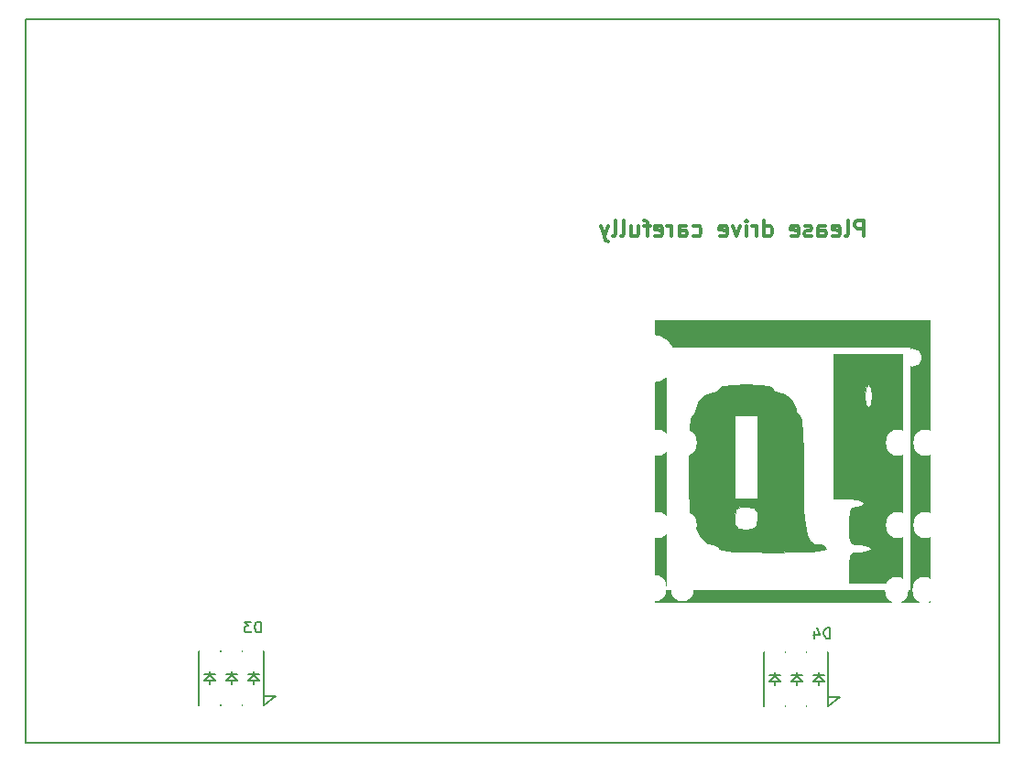
<source format=gbo>
G04 #@! TF.FileFunction,Legend,Bot*
%FSLAX46Y46*%
G04 Gerber Fmt 4.6, Leading zero omitted, Abs format (unit mm)*
G04 Created by KiCad (PCBNEW 4.0.5) date 2017 January 20, Friday 16:47:27*
%MOMM*%
%LPD*%
G01*
G04 APERTURE LIST*
%ADD10C,0.100000*%
%ADD11C,0.300000*%
%ADD12C,0.150000*%
%ADD13C,0.010000*%
%ADD14C,1.700000*%
%ADD15R,2.127200X2.127200*%
%ADD16O,2.127200X2.127200*%
%ADD17R,2.127200X2.432000*%
%ADD18O,2.127200X2.432000*%
%ADD19C,1.800000*%
%ADD20R,1.900000X3.400000*%
%ADD21R,3.700000X2.700000*%
%ADD22R,2.398980X2.398980*%
%ADD23O,2.398980X2.398980*%
%ADD24O,2.000000X2.400000*%
%ADD25O,2.940000X2.400000*%
%ADD26O,2.432000X2.127200*%
%ADD27O,2.400000X2.940000*%
%ADD28O,2.400000X3.400000*%
%ADD29C,4.464000*%
%ADD30R,1.900000X2.900000*%
G04 APERTURE END LIST*
D10*
D11*
X77531957Y46895729D02*
X77531957Y48395729D01*
X76960529Y48395729D01*
X76817671Y48324300D01*
X76746243Y48252871D01*
X76674814Y48110014D01*
X76674814Y47895729D01*
X76746243Y47752871D01*
X76817671Y47681443D01*
X76960529Y47610014D01*
X77531957Y47610014D01*
X75817671Y46895729D02*
X75960529Y46967157D01*
X76031957Y47110014D01*
X76031957Y48395729D01*
X74674815Y46967157D02*
X74817672Y46895729D01*
X75103386Y46895729D01*
X75246243Y46967157D01*
X75317672Y47110014D01*
X75317672Y47681443D01*
X75246243Y47824300D01*
X75103386Y47895729D01*
X74817672Y47895729D01*
X74674815Y47824300D01*
X74603386Y47681443D01*
X74603386Y47538586D01*
X75317672Y47395729D01*
X73317672Y46895729D02*
X73317672Y47681443D01*
X73389101Y47824300D01*
X73531958Y47895729D01*
X73817672Y47895729D01*
X73960529Y47824300D01*
X73317672Y46967157D02*
X73460529Y46895729D01*
X73817672Y46895729D01*
X73960529Y46967157D01*
X74031958Y47110014D01*
X74031958Y47252871D01*
X73960529Y47395729D01*
X73817672Y47467157D01*
X73460529Y47467157D01*
X73317672Y47538586D01*
X72674815Y46967157D02*
X72531958Y46895729D01*
X72246243Y46895729D01*
X72103386Y46967157D01*
X72031958Y47110014D01*
X72031958Y47181443D01*
X72103386Y47324300D01*
X72246243Y47395729D01*
X72460529Y47395729D01*
X72603386Y47467157D01*
X72674815Y47610014D01*
X72674815Y47681443D01*
X72603386Y47824300D01*
X72460529Y47895729D01*
X72246243Y47895729D01*
X72103386Y47824300D01*
X70817672Y46967157D02*
X70960529Y46895729D01*
X71246243Y46895729D01*
X71389100Y46967157D01*
X71460529Y47110014D01*
X71460529Y47681443D01*
X71389100Y47824300D01*
X71246243Y47895729D01*
X70960529Y47895729D01*
X70817672Y47824300D01*
X70746243Y47681443D01*
X70746243Y47538586D01*
X71460529Y47395729D01*
X68317672Y46895729D02*
X68317672Y48395729D01*
X68317672Y46967157D02*
X68460529Y46895729D01*
X68746243Y46895729D01*
X68889101Y46967157D01*
X68960529Y47038586D01*
X69031958Y47181443D01*
X69031958Y47610014D01*
X68960529Y47752871D01*
X68889101Y47824300D01*
X68746243Y47895729D01*
X68460529Y47895729D01*
X68317672Y47824300D01*
X67603386Y46895729D02*
X67603386Y47895729D01*
X67603386Y47610014D02*
X67531958Y47752871D01*
X67460529Y47824300D01*
X67317672Y47895729D01*
X67174815Y47895729D01*
X66674815Y46895729D02*
X66674815Y47895729D01*
X66674815Y48395729D02*
X66746244Y48324300D01*
X66674815Y48252871D01*
X66603387Y48324300D01*
X66674815Y48395729D01*
X66674815Y48252871D01*
X66103386Y47895729D02*
X65746243Y46895729D01*
X65389101Y47895729D01*
X64246244Y46967157D02*
X64389101Y46895729D01*
X64674815Y46895729D01*
X64817672Y46967157D01*
X64889101Y47110014D01*
X64889101Y47681443D01*
X64817672Y47824300D01*
X64674815Y47895729D01*
X64389101Y47895729D01*
X64246244Y47824300D01*
X64174815Y47681443D01*
X64174815Y47538586D01*
X64889101Y47395729D01*
X61746244Y46967157D02*
X61889101Y46895729D01*
X62174815Y46895729D01*
X62317673Y46967157D01*
X62389101Y47038586D01*
X62460530Y47181443D01*
X62460530Y47610014D01*
X62389101Y47752871D01*
X62317673Y47824300D01*
X62174815Y47895729D01*
X61889101Y47895729D01*
X61746244Y47824300D01*
X60460530Y46895729D02*
X60460530Y47681443D01*
X60531959Y47824300D01*
X60674816Y47895729D01*
X60960530Y47895729D01*
X61103387Y47824300D01*
X60460530Y46967157D02*
X60603387Y46895729D01*
X60960530Y46895729D01*
X61103387Y46967157D01*
X61174816Y47110014D01*
X61174816Y47252871D01*
X61103387Y47395729D01*
X60960530Y47467157D01*
X60603387Y47467157D01*
X60460530Y47538586D01*
X59746244Y46895729D02*
X59746244Y47895729D01*
X59746244Y47610014D02*
X59674816Y47752871D01*
X59603387Y47824300D01*
X59460530Y47895729D01*
X59317673Y47895729D01*
X58246245Y46967157D02*
X58389102Y46895729D01*
X58674816Y46895729D01*
X58817673Y46967157D01*
X58889102Y47110014D01*
X58889102Y47681443D01*
X58817673Y47824300D01*
X58674816Y47895729D01*
X58389102Y47895729D01*
X58246245Y47824300D01*
X58174816Y47681443D01*
X58174816Y47538586D01*
X58889102Y47395729D01*
X57746245Y47895729D02*
X57174816Y47895729D01*
X57531959Y46895729D02*
X57531959Y48181443D01*
X57460531Y48324300D01*
X57317673Y48395729D01*
X57174816Y48395729D01*
X56031959Y47895729D02*
X56031959Y46895729D01*
X56674816Y47895729D02*
X56674816Y47110014D01*
X56603388Y46967157D01*
X56460530Y46895729D01*
X56246245Y46895729D01*
X56103388Y46967157D01*
X56031959Y47038586D01*
X55103387Y46895729D02*
X55246245Y46967157D01*
X55317673Y47110014D01*
X55317673Y48395729D01*
X54317673Y46895729D02*
X54460531Y46967157D01*
X54531959Y47110014D01*
X54531959Y48395729D01*
X53889102Y47895729D02*
X53531959Y46895729D01*
X53174817Y47895729D02*
X53531959Y46895729D01*
X53674817Y46538586D01*
X53746245Y46467157D01*
X53889102Y46395729D01*
D12*
X0Y67000000D02*
X0Y0D01*
X90000000Y67000000D02*
X90000000Y0D01*
X0Y0D02*
X90000000Y0D01*
X0Y67000000D02*
X90000000Y67000000D01*
X17086000Y6390000D02*
X17086000Y6740000D01*
X17086000Y5790000D02*
X17086000Y5240000D01*
X16586000Y6390000D02*
X17586000Y6390000D01*
X17586000Y5790000D02*
X16586000Y5790000D01*
X16586000Y5790000D02*
X17086000Y6290000D01*
X17086000Y6290000D02*
X17586000Y5790000D01*
X19118000Y6290000D02*
X19618000Y5790000D01*
X18618000Y5790000D02*
X19118000Y6290000D01*
X19618000Y5790000D02*
X18618000Y5790000D01*
X18618000Y6390000D02*
X19618000Y6390000D01*
X19118000Y5790000D02*
X19118000Y5240000D01*
X19118000Y6390000D02*
X19118000Y6740000D01*
X21150000Y6390000D02*
X21150000Y6740000D01*
X21150000Y5790000D02*
X21150000Y5240000D01*
X20650000Y6390000D02*
X21650000Y6390000D01*
X21650000Y5790000D02*
X20650000Y5790000D01*
X20650000Y5790000D02*
X21150000Y6290000D01*
X21150000Y6290000D02*
X21650000Y5790000D01*
X22098000Y4339000D02*
X23114000Y4339000D01*
X23114000Y4339000D02*
X22050000Y3490000D01*
X16050000Y3490000D02*
X22050000Y3490000D01*
X22050000Y3490000D02*
X22050000Y8490000D01*
X22050000Y8490000D02*
X16050000Y8490000D01*
X16050000Y8490000D02*
X16050000Y3490000D01*
X69286000Y6300000D02*
X69286000Y6650000D01*
X69286000Y5700000D02*
X69286000Y5150000D01*
X68786000Y6300000D02*
X69786000Y6300000D01*
X69786000Y5700000D02*
X68786000Y5700000D01*
X68786000Y5700000D02*
X69286000Y6200000D01*
X69286000Y6200000D02*
X69786000Y5700000D01*
X71318000Y6200000D02*
X71818000Y5700000D01*
X70818000Y5700000D02*
X71318000Y6200000D01*
X71818000Y5700000D02*
X70818000Y5700000D01*
X70818000Y6300000D02*
X71818000Y6300000D01*
X71318000Y5700000D02*
X71318000Y5150000D01*
X71318000Y6300000D02*
X71318000Y6650000D01*
X73350000Y6300000D02*
X73350000Y6650000D01*
X73350000Y5700000D02*
X73350000Y5150000D01*
X72850000Y6300000D02*
X73850000Y6300000D01*
X73850000Y5700000D02*
X72850000Y5700000D01*
X72850000Y5700000D02*
X73350000Y6200000D01*
X73350000Y6200000D02*
X73850000Y5700000D01*
X74298000Y4249000D02*
X75314000Y4249000D01*
X75314000Y4249000D02*
X74250000Y3400000D01*
X68250000Y3400000D02*
X74250000Y3400000D01*
X74250000Y3400000D02*
X74250000Y8400000D01*
X74250000Y8400000D02*
X68250000Y8400000D01*
X68250000Y8400000D02*
X68250000Y3400000D01*
D13*
G36*
X58166000Y13071222D02*
X83566000Y13071222D01*
X83566000Y36707333D01*
X81802112Y36707333D01*
X81802112Y14129555D01*
X59224334Y14129555D01*
X59224334Y36707333D01*
X81802112Y36707333D01*
X83566000Y36707333D01*
X83566000Y39176777D01*
X58166000Y39176777D01*
X58166000Y13071222D01*
X58166000Y13071222D01*
G37*
X58166000Y13071222D02*
X83566000Y13071222D01*
X83566000Y36707333D01*
X81802112Y36707333D01*
X81802112Y14129555D01*
X59224334Y14129555D01*
X59224334Y36707333D01*
X81802112Y36707333D01*
X83566000Y36707333D01*
X83566000Y39176777D01*
X58166000Y39176777D01*
X58166000Y13071222D01*
G36*
X74746556Y22596222D02*
X76157667Y22596222D01*
X77041309Y22517980D01*
X77532796Y22322523D01*
X77568778Y22243444D01*
X77273310Y21956818D01*
X76863223Y21890666D01*
X76440027Y21797799D01*
X76228964Y21403621D01*
X76160686Y20534763D01*
X76157667Y20126777D01*
X76180789Y19082598D01*
X76322956Y18561905D01*
X76693369Y18382695D01*
X77216000Y18362889D01*
X77959091Y18260704D01*
X78274253Y18014500D01*
X78274334Y18010111D01*
X77967781Y17762414D01*
X77229167Y17657360D01*
X77216000Y17657333D01*
X76537389Y17601609D01*
X76235717Y17299640D01*
X76159337Y16549230D01*
X76157667Y16246222D01*
X76157667Y14835111D01*
X81096556Y14835111D01*
X81096556Y32121222D01*
X78274334Y32121222D01*
X78172150Y31378132D01*
X77925945Y31062970D01*
X77921556Y31062889D01*
X77673859Y31369441D01*
X77568805Y32108055D01*
X77568778Y32121222D01*
X77670963Y32864312D01*
X77917167Y33179474D01*
X77921556Y33179555D01*
X78169253Y32873003D01*
X78274307Y32134389D01*
X78274334Y32121222D01*
X81096556Y32121222D01*
X81096556Y36001777D01*
X74746556Y36001777D01*
X74746556Y22596222D01*
X74746556Y22596222D01*
G37*
X74746556Y22596222D02*
X76157667Y22596222D01*
X77041309Y22517980D01*
X77532796Y22322523D01*
X77568778Y22243444D01*
X77273310Y21956818D01*
X76863223Y21890666D01*
X76440027Y21797799D01*
X76228964Y21403621D01*
X76160686Y20534763D01*
X76157667Y20126777D01*
X76180789Y19082598D01*
X76322956Y18561905D01*
X76693369Y18382695D01*
X77216000Y18362889D01*
X77959091Y18260704D01*
X78274253Y18014500D01*
X78274334Y18010111D01*
X77967781Y17762414D01*
X77229167Y17657360D01*
X77216000Y17657333D01*
X76537389Y17601609D01*
X76235717Y17299640D01*
X76159337Y16549230D01*
X76157667Y16246222D01*
X76157667Y14835111D01*
X81096556Y14835111D01*
X81096556Y32121222D01*
X78274334Y32121222D01*
X78172150Y31378132D01*
X77925945Y31062970D01*
X77921556Y31062889D01*
X77673859Y31369441D01*
X77568805Y32108055D01*
X77568778Y32121222D01*
X77670963Y32864312D01*
X77917167Y33179474D01*
X77921556Y33179555D01*
X78169253Y32873003D01*
X78274307Y32134389D01*
X78274334Y32121222D01*
X81096556Y32121222D01*
X81096556Y36001777D01*
X74746556Y36001777D01*
X74746556Y22596222D01*
G36*
X65365902Y33132942D02*
X64490579Y33008010D01*
X64163224Y32827120D01*
X64163223Y32826777D01*
X63875789Y32517876D01*
X63608858Y32474000D01*
X62811922Y32175502D01*
X62202071Y31479288D01*
X62046556Y30911698D01*
X61863644Y30426282D01*
X61693778Y30357333D01*
X61546590Y30015914D01*
X61435585Y29035689D01*
X61365483Y27482704D01*
X61341001Y25423008D01*
X61341000Y25418444D01*
X61365388Y23357804D01*
X61435404Y21803745D01*
X61546331Y20822313D01*
X61693452Y20479557D01*
X61693778Y20479555D01*
X62002679Y20192122D01*
X62046556Y19925190D01*
X62345054Y19128254D01*
X63041268Y18518404D01*
X63608858Y18362889D01*
X64094274Y18179976D01*
X64163223Y18010111D01*
X64504642Y17862922D01*
X65484867Y17751918D01*
X67037851Y17681816D01*
X69097548Y17657333D01*
X69102112Y17657333D01*
X71162751Y17681720D01*
X72716811Y17751736D01*
X73698242Y17862664D01*
X74040999Y18009785D01*
X74041000Y18010111D01*
X73753567Y18319012D01*
X73486635Y18362889D01*
X72931206Y18436088D01*
X72523258Y18716546D01*
X72240854Y19295553D01*
X72062056Y20264400D01*
X72024012Y20832333D01*
X67691001Y20832333D01*
X67603587Y20082716D01*
X67191251Y19806422D01*
X66632667Y19774000D01*
X65883050Y19861414D01*
X65606756Y20273749D01*
X65574334Y20832333D01*
X65661748Y21581950D01*
X66074083Y21858244D01*
X66632667Y21890666D01*
X67382284Y21803253D01*
X67658578Y21390917D01*
X67691001Y20832333D01*
X72024012Y20832333D01*
X71964925Y21714378D01*
X71927523Y23736778D01*
X71924334Y24864079D01*
X71902313Y27073925D01*
X71838708Y28762155D01*
X71737204Y29871372D01*
X71601488Y30344178D01*
X71571556Y30357333D01*
X67691001Y30357333D01*
X67691001Y22596222D01*
X65574334Y22596222D01*
X65574334Y30357333D01*
X67691001Y30357333D01*
X71571556Y30357333D01*
X71262655Y30644767D01*
X71218778Y30911698D01*
X70920280Y31708634D01*
X70224066Y32318484D01*
X69656477Y32474000D01*
X69171061Y32656912D01*
X69102112Y32826777D01*
X68775820Y33007744D01*
X67901296Y33132790D01*
X66635063Y33179555D01*
X66632667Y33179555D01*
X65365902Y33132942D01*
X65365902Y33132942D01*
G37*
X65365902Y33132942D02*
X64490579Y33008010D01*
X64163224Y32827120D01*
X64163223Y32826777D01*
X63875789Y32517876D01*
X63608858Y32474000D01*
X62811922Y32175502D01*
X62202071Y31479288D01*
X62046556Y30911698D01*
X61863644Y30426282D01*
X61693778Y30357333D01*
X61546590Y30015914D01*
X61435585Y29035689D01*
X61365483Y27482704D01*
X61341001Y25423008D01*
X61341000Y25418444D01*
X61365388Y23357804D01*
X61435404Y21803745D01*
X61546331Y20822313D01*
X61693452Y20479557D01*
X61693778Y20479555D01*
X62002679Y20192122D01*
X62046556Y19925190D01*
X62345054Y19128254D01*
X63041268Y18518404D01*
X63608858Y18362889D01*
X64094274Y18179976D01*
X64163223Y18010111D01*
X64504642Y17862922D01*
X65484867Y17751918D01*
X67037851Y17681816D01*
X69097548Y17657333D01*
X69102112Y17657333D01*
X71162751Y17681720D01*
X72716811Y17751736D01*
X73698242Y17862664D01*
X74040999Y18009785D01*
X74041000Y18010111D01*
X73753567Y18319012D01*
X73486635Y18362889D01*
X72931206Y18436088D01*
X72523258Y18716546D01*
X72240854Y19295553D01*
X72062056Y20264400D01*
X72024012Y20832333D01*
X67691001Y20832333D01*
X67603587Y20082716D01*
X67191251Y19806422D01*
X66632667Y19774000D01*
X65883050Y19861414D01*
X65606756Y20273749D01*
X65574334Y20832333D01*
X65661748Y21581950D01*
X66074083Y21858244D01*
X66632667Y21890666D01*
X67382284Y21803253D01*
X67658578Y21390917D01*
X67691001Y20832333D01*
X72024012Y20832333D01*
X71964925Y21714378D01*
X71927523Y23736778D01*
X71924334Y24864079D01*
X71902313Y27073925D01*
X71838708Y28762155D01*
X71737204Y29871372D01*
X71601488Y30344178D01*
X71571556Y30357333D01*
X67691001Y30357333D01*
X67691001Y22596222D01*
X65574334Y22596222D01*
X65574334Y30357333D01*
X67691001Y30357333D01*
X71571556Y30357333D01*
X71262655Y30644767D01*
X71218778Y30911698D01*
X70920280Y31708634D01*
X70224066Y32318484D01*
X69656477Y32474000D01*
X69171061Y32656912D01*
X69102112Y32826777D01*
X68775820Y33007744D01*
X67901296Y33132790D01*
X66635063Y33179555D01*
X66632667Y33179555D01*
X65365902Y33132942D01*
D12*
X21794695Y10236039D02*
X21794695Y11236039D01*
X21556600Y11236039D01*
X21413742Y11188420D01*
X21318504Y11093182D01*
X21270885Y10997944D01*
X21223266Y10807468D01*
X21223266Y10664610D01*
X21270885Y10474134D01*
X21318504Y10378896D01*
X21413742Y10283658D01*
X21556600Y10236039D01*
X21794695Y10236039D01*
X20889933Y11236039D02*
X20270885Y11236039D01*
X20604219Y10855087D01*
X20461361Y10855087D01*
X20366123Y10807468D01*
X20318504Y10759849D01*
X20270885Y10664610D01*
X20270885Y10426515D01*
X20318504Y10331277D01*
X20366123Y10283658D01*
X20461361Y10236039D01*
X20747076Y10236039D01*
X20842314Y10283658D01*
X20889933Y10331277D01*
X74398095Y9669619D02*
X74398095Y10669619D01*
X74160000Y10669619D01*
X74017142Y10622000D01*
X73921904Y10526762D01*
X73874285Y10431524D01*
X73826666Y10241048D01*
X73826666Y10098190D01*
X73874285Y9907714D01*
X73921904Y9812476D01*
X74017142Y9717238D01*
X74160000Y9669619D01*
X74398095Y9669619D01*
X72969523Y10336286D02*
X72969523Y9669619D01*
X73207619Y10717238D02*
X73445714Y10002952D01*
X72826666Y10002952D01*
%LPC*%
D14*
X2054420Y60160000D03*
X8354420Y60160000D03*
D15*
X21590000Y22060000D03*
D16*
X21590000Y19520000D03*
X24130000Y22060000D03*
X24130000Y19520000D03*
X26670000Y22060000D03*
X26670000Y19520000D03*
X29210000Y22060000D03*
X29210000Y19520000D03*
X31750000Y22060000D03*
X31750000Y19520000D03*
X34290000Y22060000D03*
X34290000Y19520000D03*
X36830000Y22060000D03*
X36830000Y19520000D03*
X39370000Y22060000D03*
X39370000Y19520000D03*
X41910000Y22060000D03*
X41910000Y19520000D03*
X44450000Y22060000D03*
X44450000Y19520000D03*
X46990000Y22060000D03*
X46990000Y19520000D03*
X49530000Y22060000D03*
X49530000Y19520000D03*
D17*
X38989000Y3137000D03*
D18*
X41529000Y3137000D03*
X44069000Y3137000D03*
X46609000Y3137000D03*
X49149000Y3137000D03*
D14*
X88301000Y35649000D03*
X82001000Y35649000D03*
D19*
X33905000Y2820000D03*
X33905000Y13120000D03*
X33905000Y6820000D03*
X27305000Y6820000D03*
X27305000Y13120000D03*
D20*
X25755000Y10720000D03*
D21*
X30605000Y6820000D03*
D20*
X35455000Y10720000D03*
D19*
X27305000Y2820000D03*
X10920000Y2820000D03*
X10920000Y13120000D03*
X10920000Y6820000D03*
X4320000Y6820000D03*
X4320000Y13120000D03*
D20*
X2770000Y10720000D03*
D21*
X7620000Y6820000D03*
D20*
X12470000Y10720000D03*
D19*
X4320000Y2820000D03*
D16*
X44124880Y28410000D03*
X44124880Y30950000D03*
X49204880Y28410000D03*
X46664880Y28410000D03*
X46664880Y30950000D03*
X49204880Y30950000D03*
D15*
X49204880Y41110000D03*
D16*
X46664880Y41110000D03*
X44124880Y41110000D03*
X49204880Y38570000D03*
X46664880Y38570000D03*
X44124880Y38570000D03*
X49204880Y36030000D03*
X46664880Y36030000D03*
X44124880Y36030000D03*
X49204880Y33490000D03*
X46664880Y33490000D03*
X44124880Y33490000D03*
D22*
X5080000Y19520000D03*
D23*
X5080000Y22060000D03*
X55963820Y61430000D03*
D22*
X50883820Y61430000D03*
D23*
X53423820Y61430000D03*
D24*
X88265000Y58255000D03*
X88265000Y43015000D03*
X85725000Y43015000D03*
X83185000Y43015000D03*
X80645000Y43015000D03*
X78105000Y43015000D03*
X75565000Y43015000D03*
X73025000Y43015000D03*
X70485000Y43015000D03*
X67945000Y43015000D03*
X65405000Y43015000D03*
X62865000Y43015000D03*
X60325000Y43015000D03*
X60325000Y58255000D03*
X62865000Y58255000D03*
X65405000Y58255000D03*
X67945000Y58255000D03*
X70485000Y58255000D03*
X73025000Y58255000D03*
X75565000Y58255000D03*
X78105000Y58255000D03*
X80645000Y58255000D03*
X83185000Y58255000D03*
X85725000Y58255000D03*
D18*
X80645000Y27775000D03*
X80645000Y20155000D03*
X83185000Y20155000D03*
X85725000Y20155000D03*
X85725000Y27775000D03*
X83185000Y27775000D03*
X55880000Y27775000D03*
X55880000Y20155000D03*
X58420000Y20155000D03*
X60960000Y20155000D03*
X60960000Y27775000D03*
X58420000Y27775000D03*
D25*
X5080000Y51190000D03*
D26*
X12080000Y48730000D03*
X12080000Y46190000D03*
X12080000Y43650000D03*
D25*
X5080000Y41190000D03*
X5080000Y37220000D03*
D26*
X12080000Y34760000D03*
X12080000Y32220000D03*
X12080000Y29680000D03*
D25*
X5080000Y27220000D03*
D27*
X78058000Y7201000D03*
D18*
X80518000Y14201000D03*
X83058000Y14201000D03*
X85598000Y14201000D03*
D27*
X88058000Y7201000D03*
X53166000Y7328000D03*
D18*
X55626000Y14328000D03*
X58166000Y14328000D03*
X60706000Y14328000D03*
D27*
X63166000Y7328000D03*
D18*
X19685000Y56985000D03*
X22225000Y51905000D03*
X24765000Y56985000D03*
D28*
X40401240Y63970000D03*
X42941240Y58890000D03*
X45481240Y63970000D03*
X29989780Y63970000D03*
X32529780Y58890000D03*
X35069780Y63970000D03*
D29*
X19050000Y63350240D03*
X86360000Y63350240D03*
X57848500Y35575340D03*
D30*
X21000000Y8090000D03*
X19050000Y8090000D03*
X17100000Y8090000D03*
X17100000Y3890000D03*
X19050000Y3890000D03*
X21000000Y3890000D03*
X73200000Y8000000D03*
X71250000Y8000000D03*
X69300000Y8000000D03*
X69300000Y3800000D03*
X71250000Y3800000D03*
X73200000Y3800000D03*
M02*

</source>
